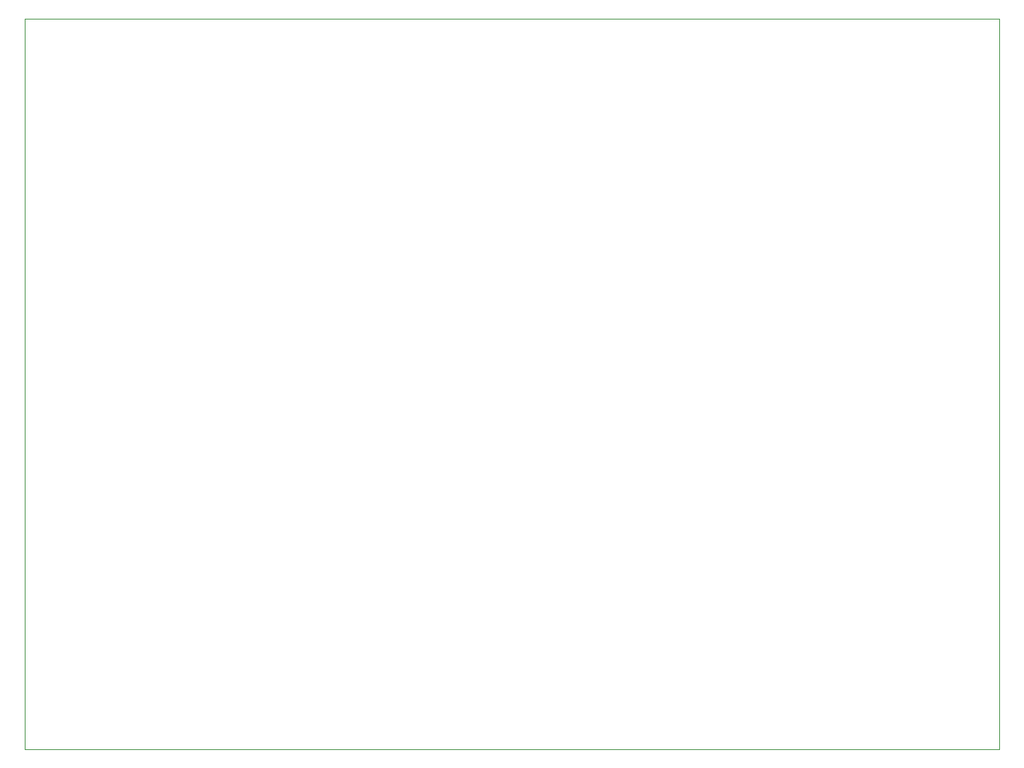
<source format=gbr>
G04 #@! TF.GenerationSoftware,KiCad,Pcbnew,6.0.5-a6ca702e91~116~ubuntu20.04.1*
G04 #@! TF.CreationDate,2022-05-19T12:12:02+02:00*
G04 #@! TF.ProjectId,octoserial,6f63746f-7365-4726-9961-6c2e6b696361,rev?*
G04 #@! TF.SameCoordinates,Original*
G04 #@! TF.FileFunction,Profile,NP*
%FSLAX46Y46*%
G04 Gerber Fmt 4.6, Leading zero omitted, Abs format (unit mm)*
G04 Created by KiCad (PCBNEW 6.0.5-a6ca702e91~116~ubuntu20.04.1) date 2022-05-19 12:12:02*
%MOMM*%
%LPD*%
G01*
G04 APERTURE LIST*
G04 #@! TA.AperFunction,Profile*
%ADD10C,0.050000*%
G04 #@! TD*
G04 APERTURE END LIST*
D10*
X152500000Y-119050000D02*
X42500000Y-119050000D01*
X152500000Y-36550000D02*
X152500000Y-119050000D01*
X42500000Y-119050000D02*
X42500000Y-36550000D01*
X42500000Y-36550000D02*
X152500000Y-36550000D01*
M02*

</source>
